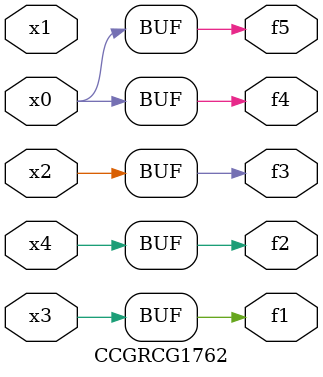
<source format=v>
module CCGRCG1762(
	input x0, x1, x2, x3, x4,
	output f1, f2, f3, f4, f5
);
	assign f1 = x3;
	assign f2 = x4;
	assign f3 = x2;
	assign f4 = x0;
	assign f5 = x0;
endmodule

</source>
